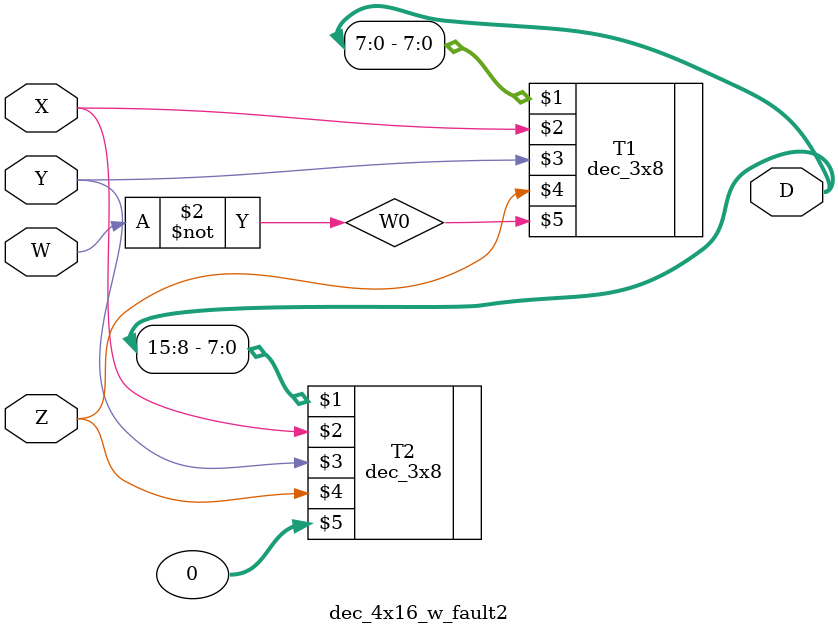
<source format=v>
`timescale 1ns / 1ps
module dec_4x16_w_fault2(output [15:0]D, input X,Y,Z,W);
wire W0;
not(W0,W);//SA0 fault at w wire going throgh second decoder 
dec_3x8 T1(D[7:0],X,Y,Z,W0), T2(D[15:8],X,Y,Z,0);

endmodule
</source>
